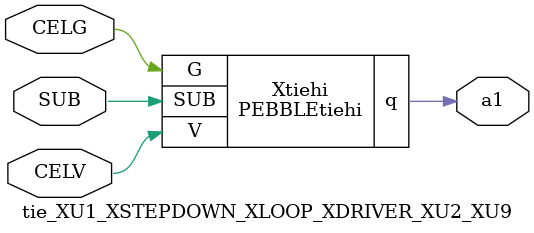
<source format=v>



module PEBBLEtiehi ( q, G, SUB, V );

  input V;
  output q;
  input G;
  input SUB;
endmodule

//Celera Confidential Do Not Copy tie_XU1_XSTEPDOWN_XLOOP_XDRIVER_XU2_XU9
//Celera Confidential Symbol Generator
//TIE
module tie_XU1_XSTEPDOWN_XLOOP_XDRIVER_XU2_XU9 (CELV,CELG,a1,SUB);
input CELV;
input CELG;
output a1;
input SUB;

//Celera Confidential Do Not Copy tie
PEBBLEtiehi Xtiehi(
.V (CELV),
.q (a1),
.SUB (SUB),
.G (CELG)
);
//,diesize,PEBBLEtiehi

//Celera Confidential Do Not Copy Module End
//Celera Schematic Generator
endmodule

</source>
